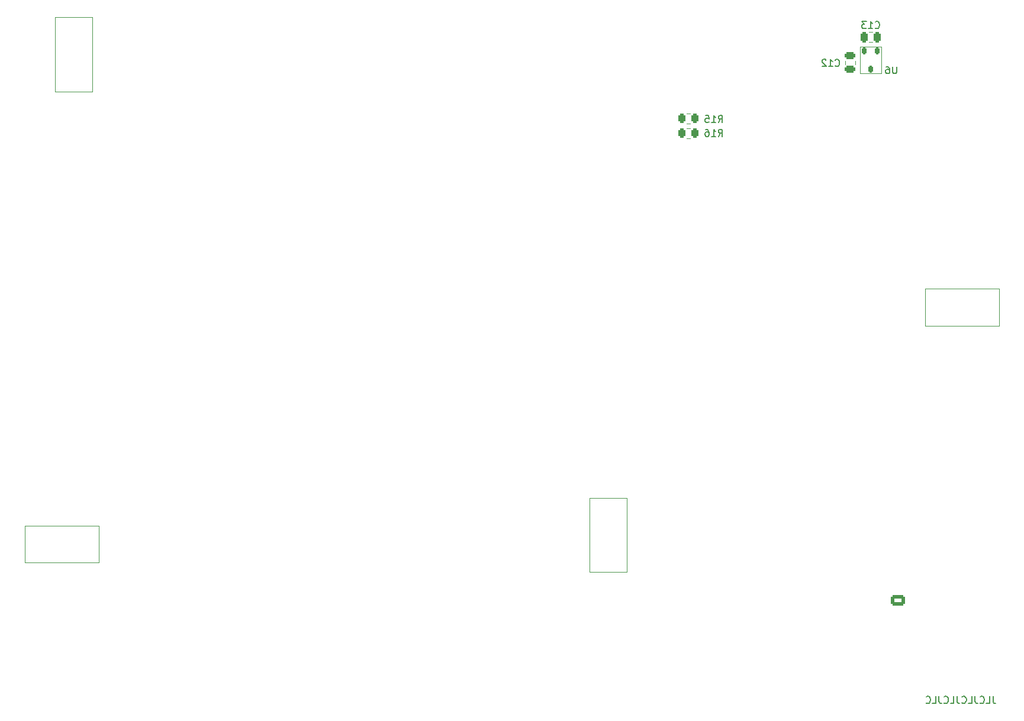
<source format=gbo>
G04 #@! TF.GenerationSoftware,KiCad,Pcbnew,(6.0.6)*
G04 #@! TF.CreationDate,2023-04-23T19:49:20-02:30*
G04 #@! TF.ProjectId,PowerDistributionBoard,506f7765-7244-4697-9374-726962757469,rev?*
G04 #@! TF.SameCoordinates,Original*
G04 #@! TF.FileFunction,Legend,Bot*
G04 #@! TF.FilePolarity,Positive*
%FSLAX46Y46*%
G04 Gerber Fmt 4.6, Leading zero omitted, Abs format (unit mm)*
G04 Created by KiCad (PCBNEW (6.0.6)) date 2023-04-23 19:49:20*
%MOMM*%
%LPD*%
G01*
G04 APERTURE LIST*
G04 Aperture macros list*
%AMRoundRect*
0 Rectangle with rounded corners*
0 $1 Rounding radius*
0 $2 $3 $4 $5 $6 $7 $8 $9 X,Y pos of 4 corners*
0 Add a 4 corners polygon primitive as box body*
4,1,4,$2,$3,$4,$5,$6,$7,$8,$9,$2,$3,0*
0 Add four circle primitives for the rounded corners*
1,1,$1+$1,$2,$3*
1,1,$1+$1,$4,$5*
1,1,$1+$1,$6,$7*
1,1,$1+$1,$8,$9*
0 Add four rect primitives between the rounded corners*
20,1,$1+$1,$2,$3,$4,$5,0*
20,1,$1+$1,$4,$5,$6,$7,0*
20,1,$1+$1,$6,$7,$8,$9,0*
20,1,$1+$1,$8,$9,$2,$3,0*%
G04 Aperture macros list end*
%ADD10C,0.150000*%
%ADD11C,0.120000*%
%ADD12R,1.600000X1.600000*%
%ADD13C,1.600000*%
%ADD14R,2.000000X1.905000*%
%ADD15O,2.000000X1.905000*%
%ADD16C,1.270000*%
%ADD17RoundRect,0.250001X0.759999X-0.499999X0.759999X0.499999X-0.759999X0.499999X-0.759999X-0.499999X0*%
%ADD18O,2.020000X1.500000*%
%ADD19R,2.400000X2.400000*%
%ADD20C,2.400000*%
%ADD21C,4.000000*%
%ADD22R,4.800000X5.100000*%
%ADD23C,2.470000*%
%ADD24R,5.100000X4.800000*%
%ADD25RoundRect,0.250001X-0.759999X0.499999X-0.759999X-0.499999X0.759999X-0.499999X0.759999X0.499999X0*%
%ADD26RoundRect,0.250000X-0.620000X-0.845000X0.620000X-0.845000X0.620000X0.845000X-0.620000X0.845000X0*%
%ADD27O,1.740000X2.190000*%
%ADD28C,2.000000*%
%ADD29C,0.800000*%
%ADD30C,6.400000*%
%ADD31R,1.905000X1.905000*%
%ADD32C,1.905000*%
%ADD33C,2.895600*%
%ADD34C,1.900000*%
%ADD35R,2.000000X2.000000*%
%ADD36RoundRect,0.175000X-0.175000X-0.325000X0.175000X-0.325000X0.175000X0.325000X-0.175000X0.325000X0*%
%ADD37RoundRect,0.250000X0.250000X0.475000X-0.250000X0.475000X-0.250000X-0.475000X0.250000X-0.475000X0*%
%ADD38RoundRect,0.250000X-0.262500X-0.450000X0.262500X-0.450000X0.262500X0.450000X-0.262500X0.450000X0*%
%ADD39RoundRect,0.250000X0.475000X-0.250000X0.475000X0.250000X-0.475000X0.250000X-0.475000X-0.250000X0*%
%ADD40RoundRect,0.250000X0.262500X0.450000X-0.262500X0.450000X-0.262500X-0.450000X0.262500X-0.450000X0*%
G04 APERTURE END LIST*
D10*
X198759047Y-142452380D02*
X198759047Y-143166666D01*
X198806666Y-143309523D01*
X198901904Y-143404761D01*
X199044761Y-143452380D01*
X199140000Y-143452380D01*
X197806666Y-143452380D02*
X198282857Y-143452380D01*
X198282857Y-142452380D01*
X196901904Y-143357142D02*
X196949523Y-143404761D01*
X197092380Y-143452380D01*
X197187619Y-143452380D01*
X197330476Y-143404761D01*
X197425714Y-143309523D01*
X197473333Y-143214285D01*
X197520952Y-143023809D01*
X197520952Y-142880952D01*
X197473333Y-142690476D01*
X197425714Y-142595238D01*
X197330476Y-142500000D01*
X197187619Y-142452380D01*
X197092380Y-142452380D01*
X196949523Y-142500000D01*
X196901904Y-142547619D01*
X196187619Y-142452380D02*
X196187619Y-143166666D01*
X196235238Y-143309523D01*
X196330476Y-143404761D01*
X196473333Y-143452380D01*
X196568571Y-143452380D01*
X195235238Y-143452380D02*
X195711428Y-143452380D01*
X195711428Y-142452380D01*
X194330476Y-143357142D02*
X194378095Y-143404761D01*
X194520952Y-143452380D01*
X194616190Y-143452380D01*
X194759047Y-143404761D01*
X194854285Y-143309523D01*
X194901904Y-143214285D01*
X194949523Y-143023809D01*
X194949523Y-142880952D01*
X194901904Y-142690476D01*
X194854285Y-142595238D01*
X194759047Y-142500000D01*
X194616190Y-142452380D01*
X194520952Y-142452380D01*
X194378095Y-142500000D01*
X194330476Y-142547619D01*
X193616190Y-142452380D02*
X193616190Y-143166666D01*
X193663809Y-143309523D01*
X193759047Y-143404761D01*
X193901904Y-143452380D01*
X193997142Y-143452380D01*
X192663809Y-143452380D02*
X193140000Y-143452380D01*
X193140000Y-142452380D01*
X191759047Y-143357142D02*
X191806666Y-143404761D01*
X191949523Y-143452380D01*
X192044761Y-143452380D01*
X192187619Y-143404761D01*
X192282857Y-143309523D01*
X192330476Y-143214285D01*
X192378095Y-143023809D01*
X192378095Y-142880952D01*
X192330476Y-142690476D01*
X192282857Y-142595238D01*
X192187619Y-142500000D01*
X192044761Y-142452380D01*
X191949523Y-142452380D01*
X191806666Y-142500000D01*
X191759047Y-142547619D01*
X191044761Y-142452380D02*
X191044761Y-143166666D01*
X191092380Y-143309523D01*
X191187619Y-143404761D01*
X191330476Y-143452380D01*
X191425714Y-143452380D01*
X190092380Y-143452380D02*
X190568571Y-143452380D01*
X190568571Y-142452380D01*
X189187619Y-143357142D02*
X189235238Y-143404761D01*
X189378095Y-143452380D01*
X189473333Y-143452380D01*
X189616190Y-143404761D01*
X189711428Y-143309523D01*
X189759047Y-143214285D01*
X189806666Y-143023809D01*
X189806666Y-142880952D01*
X189759047Y-142690476D01*
X189711428Y-142595238D01*
X189616190Y-142500000D01*
X189473333Y-142452380D01*
X189378095Y-142452380D01*
X189235238Y-142500000D01*
X189187619Y-142547619D01*
X184981904Y-52302380D02*
X184981904Y-53111904D01*
X184934285Y-53207142D01*
X184886666Y-53254761D01*
X184791428Y-53302380D01*
X184600952Y-53302380D01*
X184505714Y-53254761D01*
X184458095Y-53207142D01*
X184410476Y-53111904D01*
X184410476Y-52302380D01*
X183505714Y-52302380D02*
X183696190Y-52302380D01*
X183791428Y-52350000D01*
X183839047Y-52397619D01*
X183934285Y-52540476D01*
X183981904Y-52730952D01*
X183981904Y-53111904D01*
X183934285Y-53207142D01*
X183886666Y-53254761D01*
X183791428Y-53302380D01*
X183600952Y-53302380D01*
X183505714Y-53254761D01*
X183458095Y-53207142D01*
X183410476Y-53111904D01*
X183410476Y-52873809D01*
X183458095Y-52778571D01*
X183505714Y-52730952D01*
X183600952Y-52683333D01*
X183791428Y-52683333D01*
X183886666Y-52730952D01*
X183934285Y-52778571D01*
X183981904Y-52873809D01*
X181917857Y-46752142D02*
X181965476Y-46799761D01*
X182108333Y-46847380D01*
X182203571Y-46847380D01*
X182346428Y-46799761D01*
X182441666Y-46704523D01*
X182489285Y-46609285D01*
X182536904Y-46418809D01*
X182536904Y-46275952D01*
X182489285Y-46085476D01*
X182441666Y-45990238D01*
X182346428Y-45895000D01*
X182203571Y-45847380D01*
X182108333Y-45847380D01*
X181965476Y-45895000D01*
X181917857Y-45942619D01*
X180965476Y-46847380D02*
X181536904Y-46847380D01*
X181251190Y-46847380D02*
X181251190Y-45847380D01*
X181346428Y-45990238D01*
X181441666Y-46085476D01*
X181536904Y-46133095D01*
X180632142Y-45847380D02*
X180013095Y-45847380D01*
X180346428Y-46228333D01*
X180203571Y-46228333D01*
X180108333Y-46275952D01*
X180060714Y-46323571D01*
X180013095Y-46418809D01*
X180013095Y-46656904D01*
X180060714Y-46752142D01*
X180108333Y-46799761D01*
X180203571Y-46847380D01*
X180489285Y-46847380D01*
X180584523Y-46799761D01*
X180632142Y-46752142D01*
X159467857Y-62302380D02*
X159801190Y-61826190D01*
X160039285Y-62302380D02*
X160039285Y-61302380D01*
X159658333Y-61302380D01*
X159563095Y-61350000D01*
X159515476Y-61397619D01*
X159467857Y-61492857D01*
X159467857Y-61635714D01*
X159515476Y-61730952D01*
X159563095Y-61778571D01*
X159658333Y-61826190D01*
X160039285Y-61826190D01*
X158515476Y-62302380D02*
X159086904Y-62302380D01*
X158801190Y-62302380D02*
X158801190Y-61302380D01*
X158896428Y-61445238D01*
X158991666Y-61540476D01*
X159086904Y-61588095D01*
X157658333Y-61302380D02*
X157848809Y-61302380D01*
X157944047Y-61350000D01*
X157991666Y-61397619D01*
X158086904Y-61540476D01*
X158134523Y-61730952D01*
X158134523Y-62111904D01*
X158086904Y-62207142D01*
X158039285Y-62254761D01*
X157944047Y-62302380D01*
X157753571Y-62302380D01*
X157658333Y-62254761D01*
X157610714Y-62207142D01*
X157563095Y-62111904D01*
X157563095Y-61873809D01*
X157610714Y-61778571D01*
X157658333Y-61730952D01*
X157753571Y-61683333D01*
X157944047Y-61683333D01*
X158039285Y-61730952D01*
X158086904Y-61778571D01*
X158134523Y-61873809D01*
X176192857Y-52182142D02*
X176240476Y-52229761D01*
X176383333Y-52277380D01*
X176478571Y-52277380D01*
X176621428Y-52229761D01*
X176716666Y-52134523D01*
X176764285Y-52039285D01*
X176811904Y-51848809D01*
X176811904Y-51705952D01*
X176764285Y-51515476D01*
X176716666Y-51420238D01*
X176621428Y-51325000D01*
X176478571Y-51277380D01*
X176383333Y-51277380D01*
X176240476Y-51325000D01*
X176192857Y-51372619D01*
X175240476Y-52277380D02*
X175811904Y-52277380D01*
X175526190Y-52277380D02*
X175526190Y-51277380D01*
X175621428Y-51420238D01*
X175716666Y-51515476D01*
X175811904Y-51563095D01*
X174859523Y-51372619D02*
X174811904Y-51325000D01*
X174716666Y-51277380D01*
X174478571Y-51277380D01*
X174383333Y-51325000D01*
X174335714Y-51372619D01*
X174288095Y-51467857D01*
X174288095Y-51563095D01*
X174335714Y-51705952D01*
X174907142Y-52277380D01*
X174288095Y-52277380D01*
X159467857Y-60302380D02*
X159801190Y-59826190D01*
X160039285Y-60302380D02*
X160039285Y-59302380D01*
X159658333Y-59302380D01*
X159563095Y-59350000D01*
X159515476Y-59397619D01*
X159467857Y-59492857D01*
X159467857Y-59635714D01*
X159515476Y-59730952D01*
X159563095Y-59778571D01*
X159658333Y-59826190D01*
X160039285Y-59826190D01*
X158515476Y-60302380D02*
X159086904Y-60302380D01*
X158801190Y-60302380D02*
X158801190Y-59302380D01*
X158896428Y-59445238D01*
X158991666Y-59540476D01*
X159086904Y-59588095D01*
X157610714Y-59302380D02*
X158086904Y-59302380D01*
X158134523Y-59778571D01*
X158086904Y-59730952D01*
X157991666Y-59683333D01*
X157753571Y-59683333D01*
X157658333Y-59730952D01*
X157610714Y-59778571D01*
X157563095Y-59873809D01*
X157563095Y-60111904D01*
X157610714Y-60207142D01*
X157658333Y-60254761D01*
X157753571Y-60302380D01*
X157991666Y-60302380D01*
X158086904Y-60254761D01*
X158134523Y-60207142D01*
D11*
X69910000Y-45270000D02*
X64590000Y-45270000D01*
X69910000Y-55890000D02*
X69910000Y-45270000D01*
X64590000Y-45270000D02*
X64590000Y-55890000D01*
X64590000Y-55890000D02*
X69910000Y-55890000D01*
X199680000Y-84115000D02*
X189060000Y-84115000D01*
X199680000Y-89435000D02*
X199680000Y-84115000D01*
X189060000Y-89435000D02*
X199680000Y-89435000D01*
X189060000Y-84115000D02*
X189060000Y-89435000D01*
X146360000Y-114060000D02*
X141040000Y-114060000D01*
X146360000Y-124680000D02*
X146360000Y-114060000D01*
X141040000Y-114060000D02*
X141040000Y-124680000D01*
X141040000Y-124680000D02*
X146360000Y-124680000D01*
X70890000Y-118015000D02*
X60270000Y-118015000D01*
X70890000Y-123335000D02*
X70890000Y-118015000D01*
X60270000Y-118015000D02*
X60270000Y-123335000D01*
X60270000Y-123335000D02*
X70890000Y-123335000D01*
X179725000Y-53300000D02*
X179725000Y-49500000D01*
X182825000Y-49500000D02*
X182825000Y-53300000D01*
X179725000Y-53300000D02*
X182825000Y-53300000D01*
X179725000Y-49500000D02*
X182825000Y-49500000D01*
X181536252Y-48810000D02*
X181013748Y-48810000D01*
X181536252Y-47340000D02*
X181013748Y-47340000D01*
X154972936Y-62585000D02*
X155427064Y-62585000D01*
X154972936Y-61115000D02*
X155427064Y-61115000D01*
X179060000Y-51986252D02*
X179060000Y-51463748D01*
X177590000Y-51986252D02*
X177590000Y-51463748D01*
X155427064Y-60485000D02*
X154972936Y-60485000D01*
X155427064Y-59015000D02*
X154972936Y-59015000D01*
%LPC*%
D12*
X162575000Y-59792621D03*
D13*
X162575000Y-62292621D03*
D14*
X164345000Y-101190000D03*
D15*
X164345000Y-98650000D03*
X164345000Y-96110000D03*
D14*
X119400000Y-107900000D03*
D15*
X119400000Y-105360000D03*
X119400000Y-102820000D03*
D16*
X183175000Y-131750000D03*
X183175000Y-122750000D03*
D17*
X185135000Y-128750000D03*
D18*
X185135000Y-125750000D03*
D19*
X96070000Y-70382755D03*
D20*
X96070000Y-62882755D03*
D21*
X61520000Y-39080000D03*
X82980000Y-39080000D03*
D22*
X67250000Y-53080000D03*
X67250000Y-48080000D03*
X77250000Y-53080000D03*
X77250000Y-48080000D03*
D23*
X173825000Y-86300000D03*
X173825000Y-82900000D03*
X160325000Y-82900000D03*
X160325000Y-86300000D03*
D21*
X205870000Y-102505000D03*
X205870000Y-81045000D03*
D24*
X196870000Y-86775000D03*
X191870000Y-86775000D03*
X196870000Y-96775000D03*
X191870000Y-96775000D03*
D23*
X145450000Y-98625000D03*
X142050000Y-98625000D03*
X142050000Y-85125000D03*
X145450000Y-85125000D03*
D21*
X127970000Y-130870000D03*
X149430000Y-130870000D03*
D22*
X143700000Y-121870000D03*
X143700000Y-116870000D03*
X133700000Y-116870000D03*
X133700000Y-121870000D03*
D16*
X115715000Y-39750000D03*
X115715000Y-30750000D03*
D17*
X117675000Y-36750000D03*
D18*
X117675000Y-33750000D03*
D16*
X218925000Y-61800000D03*
X218925000Y-70800000D03*
D25*
X216965000Y-64800000D03*
D18*
X216965000Y-67800000D03*
D26*
X202450000Y-28450000D03*
D27*
X204990000Y-28450000D03*
X207530000Y-28450000D03*
D28*
X45925000Y-84700000D03*
X45925000Y-87200000D03*
X45925000Y-89700000D03*
D23*
X136825000Y-41950000D03*
X136825000Y-38550000D03*
X150325000Y-41950000D03*
X150325000Y-38550000D03*
X201325000Y-64300000D03*
X201325000Y-67700000D03*
X187825000Y-64300000D03*
X187825000Y-67700000D03*
D29*
X42600000Y-140000000D03*
X45000000Y-142400000D03*
D30*
X45000000Y-140000000D03*
D29*
X45000000Y-137600000D03*
X47400000Y-140000000D03*
X46697056Y-138302944D03*
X46697056Y-141697056D03*
X43302944Y-138302944D03*
X43302944Y-141697056D03*
D23*
X110725000Y-65075000D03*
X114125000Y-65075000D03*
X110725000Y-78575000D03*
X114125000Y-78575000D03*
D26*
X171710000Y-28520000D03*
D27*
X174250000Y-28520000D03*
X176790000Y-28520000D03*
D23*
X96025000Y-117500000D03*
X99425000Y-117500000D03*
X96025000Y-104000000D03*
X99425000Y-104000000D03*
D29*
X215000000Y-137600000D03*
X217400000Y-140000000D03*
X216697056Y-138302944D03*
X213302944Y-138302944D03*
X216697056Y-141697056D03*
X212600000Y-140000000D03*
X213302944Y-141697056D03*
X215000000Y-142400000D03*
D30*
X215000000Y-140000000D03*
D26*
X190450000Y-28450000D03*
D27*
X192990000Y-28450000D03*
X195530000Y-28450000D03*
D31*
X122363210Y-52955000D03*
D32*
X122363210Y-60575000D03*
X122363210Y-68195000D03*
D33*
X150303210Y-68195000D03*
D32*
X150303210Y-64385000D03*
X150303210Y-60575000D03*
X150303210Y-56765000D03*
D33*
X150303210Y-52955000D03*
D30*
X215000000Y-30000000D03*
D29*
X215000000Y-27600000D03*
X213302944Y-28302944D03*
X216697056Y-31697056D03*
X212600000Y-30000000D03*
X213302944Y-31697056D03*
X217400000Y-30000000D03*
X216697056Y-28302944D03*
X215000000Y-32400000D03*
D30*
X45000000Y-30000000D03*
D29*
X45000000Y-27600000D03*
X43302944Y-31697056D03*
X46697056Y-28302944D03*
X45000000Y-32400000D03*
X42600000Y-30000000D03*
X46697056Y-31697056D03*
X43302944Y-28302944D03*
X47400000Y-30000000D03*
D34*
X174000000Y-62410000D03*
X174000000Y-64950000D03*
X174000000Y-67490000D03*
D26*
X159710000Y-28520000D03*
D27*
X162250000Y-28520000D03*
X164790000Y-28520000D03*
D21*
X54080000Y-126405000D03*
X54080000Y-104945000D03*
D24*
X63080000Y-120675000D03*
X68080000Y-120675000D03*
X63080000Y-110675000D03*
X68080000Y-110675000D03*
D35*
X86425000Y-117525000D03*
D28*
X86425000Y-112525000D03*
D35*
X113475000Y-52975000D03*
D28*
X108475000Y-52975000D03*
D36*
X180325000Y-50100000D03*
X182225000Y-50100000D03*
X181275000Y-52700000D03*
D37*
X182225000Y-48075000D03*
X180325000Y-48075000D03*
D38*
X154287500Y-61850000D03*
X156112500Y-61850000D03*
D39*
X178325000Y-52675000D03*
X178325000Y-50775000D03*
D40*
X156112500Y-59750000D03*
X154287500Y-59750000D03*
M02*

</source>
